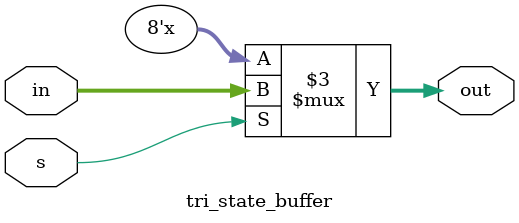
<source format=v>
`timescale 1ns / 1ps

module tri_state_buffer (s, in, out);

    // Width of in and out
    parameter Width = 8;

    input s;
    input [Width-1:0] in;
    output reg [Width-1:0] out;

    always @(s or in) begin
        if (s) begin
            out = in;
        end else begin
            out = {Width{1'bz}};
        end
    end
endmodule

</source>
